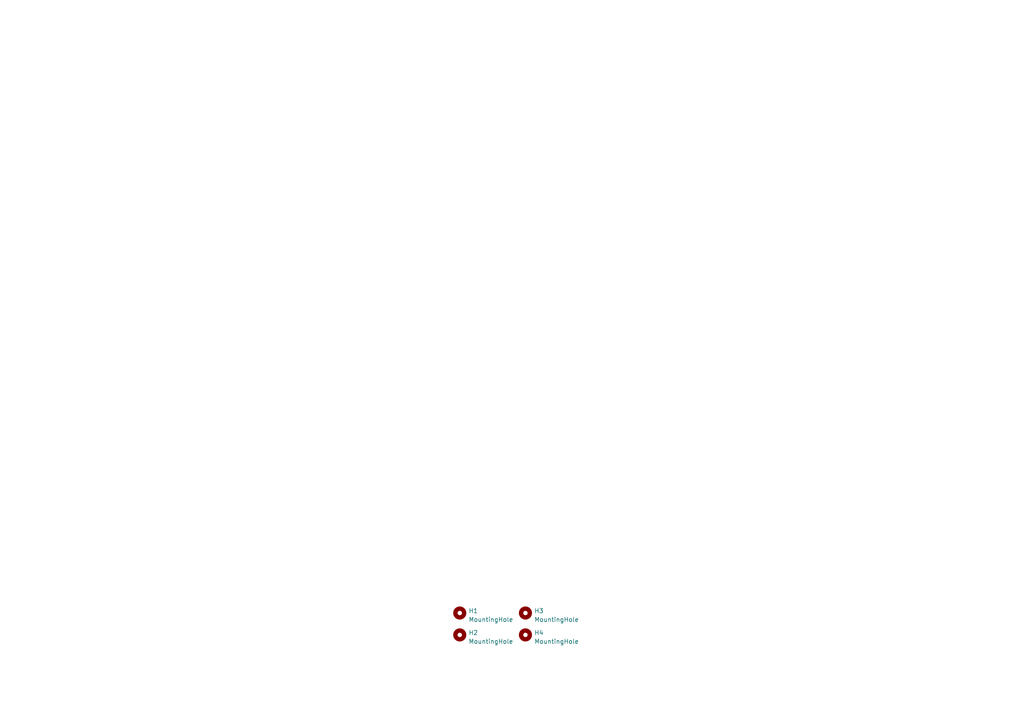
<source format=kicad_sch>
(kicad_sch (version 20220104) (generator eeschema)
  (paper "A4")
  (lib_symbols
    (symbol "Mechanical:MountingHole" (pin_names (offset 1.016))
      (property "Reference" "H" (at 0 5.08 0))
      (property "Value" "MountingHole" (at 0 3.175 0))
      (symbol "MountingHole_0_1"
        (circle (center 0 0) (radius 1.27) (stroke (width 1.27)))
      )
    )
  )
  (symbol (lib_id "Mechanical:MountingHole") (at 133.35 184.15 0) (unit 1)
    (property "Reference" "H2" (at 135.89 183.515 0) (effects (justify left)))
    (property "Value" "MountingHole" (at 135.89 186.055 0) (effects (justify left)))
    (property "Footprint" "MountingHole:MountingHole_2.7mm" (effects hide))
  )
  (symbol (lib_id "Mechanical:MountingHole") (at 152.4 177.8 0) (unit 1)
    (property "Reference" "H3" (at 154.94 177.165 0) (effects (justify left)))
    (property "Value" "MountingHole" (at 154.94 179.705 0) (effects (justify left)))
    (property "Footprint" "MountingHole:MountingHole_2.7mm" (effects hide))
  )
  (symbol (lib_id "Mechanical:MountingHole") (at 133.35 177.8 0) (unit 1)
    (property "Reference" "H1" (at 135.89 177.165 0) (effects (justify left)))
    (property "Value" "MountingHole" (at 135.89 179.705 0) (effects (justify left)))
    (property "Footprint" "MountingHole:MountingHole_2.7mm" (effects hide))
  )
  (symbol (lib_id "Mechanical:MountingHole") (at 152.4 184.15 0) (unit 1)
    (property "Reference" "H4" (at 154.94 183.515 0) (effects (justify left)))
    (property "Value" "MountingHole" (at 154.94 186.055 0) (effects (justify left)))
    (property "Footprint" "MountingHole:MountingHole_2.7mm" (effects hide))
  )
)
</source>
